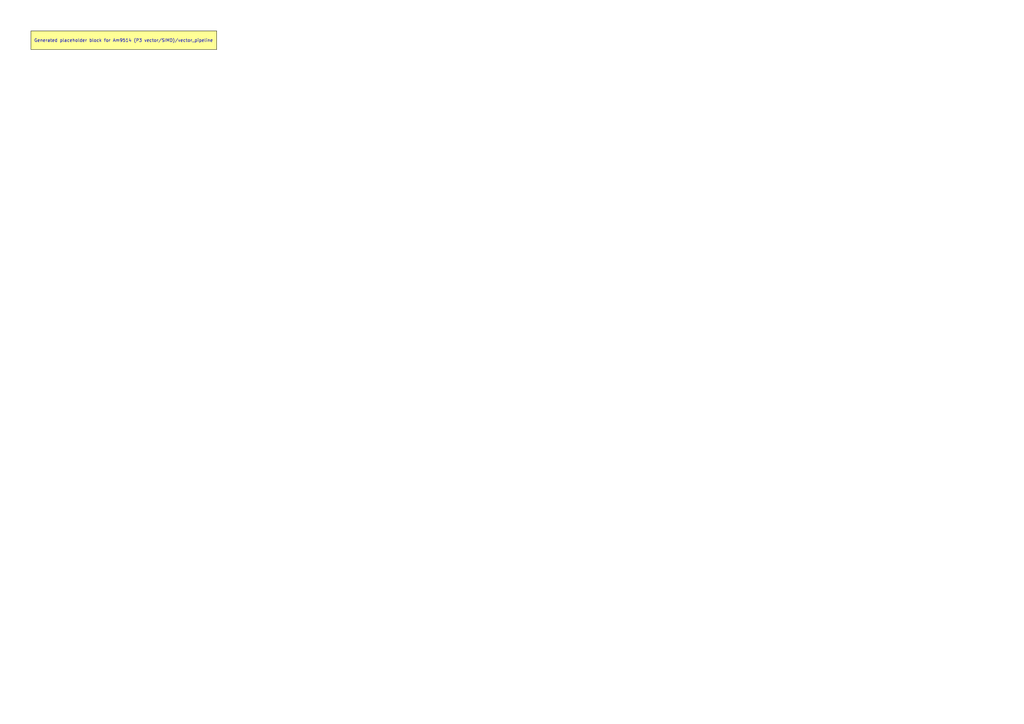
<source format=kicad_sch>
(kicad_sch
	(version 20250114)
	(generator "kicadgen")
	(generator_version "0.2")
	(uuid "21055903-6775-532e-abf6-a43ca38a63d0")
	(paper "A3")
	(title_block
		(title "Am9514 (P3 vector/SIMD)::vector_pipeline")
		(company "Project Carbon")
		(comment 1 "Generated - do not edit in generated/")
		(comment 2 "Edit in schem/kicad9/manual/ or refine mapping specs")
	)
	(lib_symbols)
	(text_box
		"Generated placeholder block for Am9514 (P3 vector/SIMD)/vector_pipeline"
		(exclude_from_sim no)
		(at
			12.7
			12.7
			0
		)
		(size 76.2 7.62)
		(margins
			1.27
			1.27
			1.27
			1.27
		)
		(stroke
			(width 0)
			(type default)
			(color
				0
				0
				0
				1
			)
		)
		(fill
			(type color)
			(color
				255
				255
				150
				1
			)
		)
		(effects
			(font
				(size 1.27 1.27)
			)
			(justify left)
		)
		(uuid "93d7dcf1-eab5-5217-b063-62c4acbf209b")
	)
	(sheet_instances
		(path
			"/"
			(page "1")
		)
	)
	(embedded_fonts no)
)

</source>
